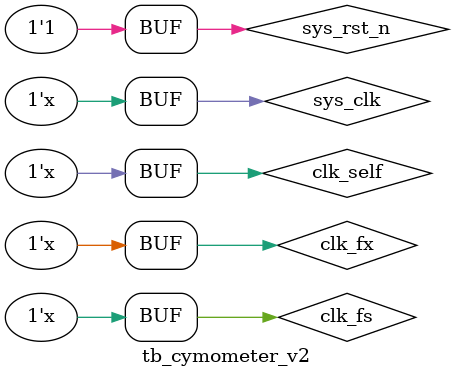
<source format=v>
`timescale 1ns/1ps
module tb_cymometer_v2(
);

parameter CNT_GATE_LOW = 30'd12_500_000;
parameter CLK_FS_FREQ = 30'd100_000_000;
parameter DATAWIDTH = 8'd59;

parameter SYS_CLK_PERIOD = 20;
parameter CLK_FS_PERIOD = 10;
parameter CLK_FX_PERIOD = 50;
parameter CLK_SELF_PERIOD = 1000;//校准时钟1MHz


reg      sys_clk;
reg      clk_fs;
reg      clk_fx;
reg 	 clk_self;

reg      sys_rst_n;
wire[2:0] pattern;
wire      ready;
wire[58:0] quotient;
wire[58:0] remainder;
wire       vld_out;


wire[29:0] CNT_GATE_MAX;
wire[29:0] CNT_TIME_MAX;
wire[29:0] data_fx;
wire[29:0] cycle_fx;
wire[58:0] dividend;
wire[58:0] divisor;
wire       en;
wire[3:0] col;
wire[3:0] row;




initial
begin
    sys_rst_n <= 1'd0;
    sys_clk <= 1'd0;
    clk_fs <= 1'd0;
    clk_fx <= 1'd0;
    clk_self <= 1'd0;
    #20000 sys_rst_n <= 1'd1;

end

always #(SYS_CLK_PERIOD/2) sys_clk = ~sys_clk;//系统时钟频率为50MHz
always #(CLK_FS_PERIOD/2) clk_fs = ~clk_fs;//基准时钟频率为100MHz
always #(CLK_FX_PERIOD/2) clk_fx = ~clk_fx;//待测时钟频率为20MHz 
always #(CLK_SELF_PERIOD/2) clk_self = ~clk_self;//校准时钟频率为1MHz

cymometer#(
.CNT_GATE_LOW (CNT_GATE_LOW), // 闸门为低的时间 0.25s
.CLK_FS_FREQ (CLK_FS_FREQ )
)
u_cymometer(
.sys_clk (sys_clk ), // 系统时钟， 50M
.clk_fs (clk_fs ), // 基准时钟， 100M，由PLL产生
.sys_rst_n (sys_rst_n ), // 系统复位，低电平有效
.Pattern(pattern),
.clk_fx_1 (clk_fx ), // 被测时钟信号，是外部输入值，由input产生
.clk_self(clk_self),//自校时钟

.CNT_GATE_MAX(CNT_GATE_MAX),
.CNT_TIME_MAX(CNT_TIME_MAX),

.data_fx_result (data_fx ), // 实际测量得到的 被测时钟频率值
.cycle_fx(cycle_fx),
.dividend (dividend ), // 被除数
.divisor (divisor ), // 除数
.en (en ),//输出使能信号
.ready (ready ),//输入
.quotient (quotient ), //输入 商
.remainder (remainder ), //输入 余数
.vld_out (vld_out )//输入 值有效信号
);

div_fsm#( //正确
.DATAWIDTH (DATAWIDTH )
)
u_div_fsm(
.clk (sys_clk ),
.rst_n (sys_rst_n ),
.en (en ),
.dividend (dividend ),
.divisor (divisor ),

.ready (ready ), //输出
.quotient (quotient ), //输出 商，相当于中间变量
.remainder (remainder ),//输出 余数，相当于中间变量
.vld_out (vld_out ) //输出有效信号 ，相当于vld_out是中间变量
);



key_pattern u_key_pattern(
    .sys_clk(sys_clk),
    .sys_rst_n(sys_rst_n),
    .col(col),
    .key_gate_time(CNT_GATE_MAX),
    .key_time_max(CNT_TIME_MAX),
    .pattern(pattern),
    .row(row)
);

endmodule
</source>
